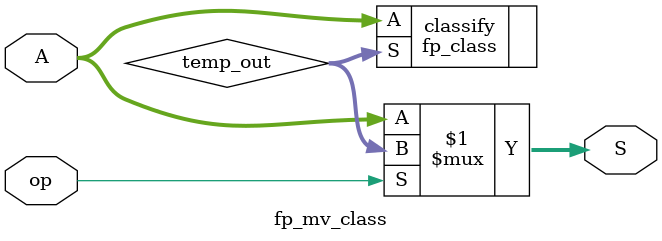
<source format=v>
module fp_mv_class
(
    input   [31 : 0]   A,
    input              op,          // rm[0] || 0 --> mv_x_w || 1 --> class
    output  [31 : 0]   S
);

wire    [31 : 0] temp_out;

fp_class        classify
(
.A(A),
.S(temp_out)
);
    
assign S = (op)? temp_out: A;

endmodule //fp_mv_class



</source>
